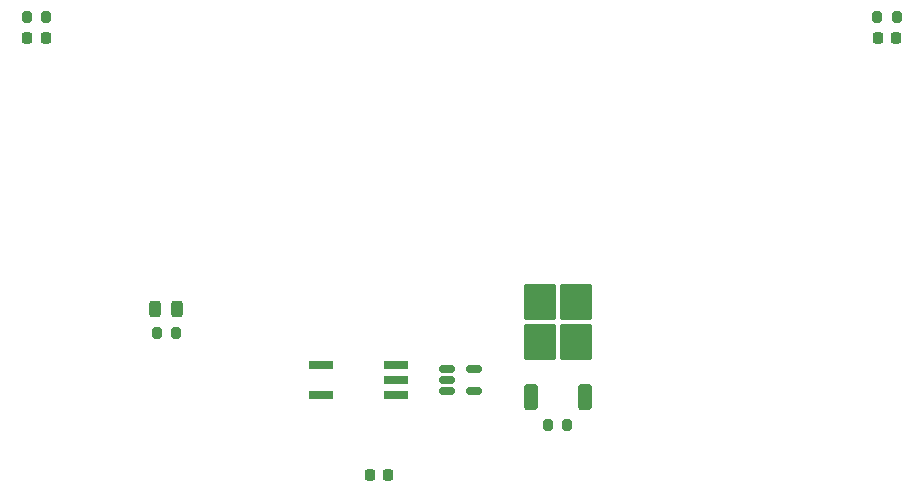
<source format=gbr>
%TF.GenerationSoftware,KiCad,Pcbnew,8.0.1*%
%TF.CreationDate,2024-05-26T12:30:00+09:00*%
%TF.ProjectId,Kicker-20240411,4b69636b-6572-42d3-9230-323430343131,rev?*%
%TF.SameCoordinates,Original*%
%TF.FileFunction,Paste,Bot*%
%TF.FilePolarity,Positive*%
%FSLAX46Y46*%
G04 Gerber Fmt 4.6, Leading zero omitted, Abs format (unit mm)*
G04 Created by KiCad (PCBNEW 8.0.1) date 2024-05-26 12:30:00*
%MOMM*%
%LPD*%
G01*
G04 APERTURE LIST*
G04 Aperture macros list*
%AMRoundRect*
0 Rectangle with rounded corners*
0 $1 Rounding radius*
0 $2 $3 $4 $5 $6 $7 $8 $9 X,Y pos of 4 corners*
0 Add a 4 corners polygon primitive as box body*
4,1,4,$2,$3,$4,$5,$6,$7,$8,$9,$2,$3,0*
0 Add four circle primitives for the rounded corners*
1,1,$1+$1,$2,$3*
1,1,$1+$1,$4,$5*
1,1,$1+$1,$6,$7*
1,1,$1+$1,$8,$9*
0 Add four rect primitives between the rounded corners*
20,1,$1+$1,$2,$3,$4,$5,0*
20,1,$1+$1,$4,$5,$6,$7,0*
20,1,$1+$1,$6,$7,$8,$9,0*
20,1,$1+$1,$8,$9,$2,$3,0*%
G04 Aperture macros list end*
%ADD10RoundRect,0.225000X-0.225000X-0.250000X0.225000X-0.250000X0.225000X0.250000X-0.225000X0.250000X0*%
%ADD11R,2.000000X0.640000*%
%ADD12RoundRect,0.250000X0.350000X-0.850000X0.350000X0.850000X-0.350000X0.850000X-0.350000X-0.850000X0*%
%ADD13RoundRect,0.250000X1.125000X-1.275000X1.125000X1.275000X-1.125000X1.275000X-1.125000X-1.275000X0*%
%ADD14RoundRect,0.200000X0.200000X0.275000X-0.200000X0.275000X-0.200000X-0.275000X0.200000X-0.275000X0*%
%ADD15RoundRect,0.243750X-0.243750X-0.456250X0.243750X-0.456250X0.243750X0.456250X-0.243750X0.456250X0*%
%ADD16RoundRect,0.200000X-0.200000X-0.275000X0.200000X-0.275000X0.200000X0.275000X-0.200000X0.275000X0*%
%ADD17RoundRect,0.225000X0.225000X0.250000X-0.225000X0.250000X-0.225000X-0.250000X0.225000X-0.250000X0*%
%ADD18RoundRect,0.150000X-0.512500X-0.150000X0.512500X-0.150000X0.512500X0.150000X-0.512500X0.150000X0*%
G04 APERTURE END LIST*
D10*
%TO.C,C6*%
X143225000Y-87500000D03*
X144775000Y-87500000D03*
%TD*%
D11*
%TO.C,D2*%
X168100000Y-117770000D03*
X168100000Y-115230000D03*
X174400000Y-115230000D03*
X174400000Y-116500000D03*
X174400000Y-117770000D03*
%TD*%
D12*
%TO.C,Q1*%
X190405000Y-117890000D03*
D13*
X186600000Y-113265000D03*
X189650000Y-113265000D03*
X186600000Y-109915000D03*
X189650000Y-109915000D03*
D12*
X185845000Y-117890000D03*
%TD*%
D14*
%TO.C,R4*%
X144825000Y-85750000D03*
X143175000Y-85750000D03*
%TD*%
D15*
%TO.C,D3*%
X154062500Y-110500000D03*
X155937500Y-110500000D03*
%TD*%
D16*
%TO.C,R3*%
X215175000Y-85750000D03*
X216825000Y-85750000D03*
%TD*%
D17*
%TO.C,C2*%
X173775000Y-124500000D03*
X172225000Y-124500000D03*
%TD*%
D16*
%TO.C,R2*%
X154175000Y-112500000D03*
X155825000Y-112500000D03*
%TD*%
D17*
%TO.C,C5*%
X216775000Y-87500000D03*
X215225000Y-87500000D03*
%TD*%
D18*
%TO.C,U2*%
X178787500Y-117450000D03*
X178787500Y-116500000D03*
X178787500Y-115550000D03*
X181062500Y-115550000D03*
X181062500Y-117450000D03*
%TD*%
D14*
%TO.C,R1*%
X188950000Y-120275000D03*
X187300000Y-120275000D03*
%TD*%
M02*

</source>
